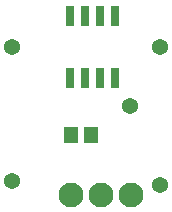
<source format=gts>
G04*
G04 #@! TF.GenerationSoftware,Altium Limited,Altium Designer,24.1.2 (44)*
G04*
G04 Layer_Color=8388736*
%FSLAX44Y44*%
%MOMM*%
G71*
G04*
G04 #@! TF.SameCoordinates,93F94B55-884E-497B-ACAF-756C758614EF*
G04*
G04*
G04 #@! TF.FilePolarity,Negative*
G04*
G01*
G75*
G04:AMPARAMS|DCode=16|XSize=1.76mm|YSize=0.69mm|CornerRadius=0.1238mm|HoleSize=0mm|Usage=FLASHONLY|Rotation=90.000|XOffset=0mm|YOffset=0mm|HoleType=Round|Shape=RoundedRectangle|*
%AMROUNDEDRECTD16*
21,1,1.7600,0.4425,0,0,90.0*
21,1,1.5125,0.6900,0,0,90.0*
1,1,0.2475,0.2213,0.7563*
1,1,0.2475,0.2213,-0.7563*
1,1,0.2475,-0.2213,-0.7563*
1,1,0.2475,-0.2213,0.7563*
%
%ADD16ROUNDEDRECTD16*%
%ADD17R,1.2500X1.4500*%
%ADD18C,2.1000*%
%ADD19C,1.3700*%
D16*
X74299Y176250D02*
D03*
X86999D02*
D03*
X99699D02*
D03*
X112399D02*
D03*
Y123750D02*
D03*
X99699D02*
D03*
X86999D02*
D03*
X74299D02*
D03*
D17*
X74600Y75000D02*
D03*
X92100D02*
D03*
D18*
X100000Y25000D02*
D03*
X74600D02*
D03*
X125400D02*
D03*
D19*
X25000Y36685D02*
D03*
X150000Y33012D02*
D03*
Y150000D02*
D03*
X25000D02*
D03*
X125000Y100000D02*
D03*
M02*

</source>
